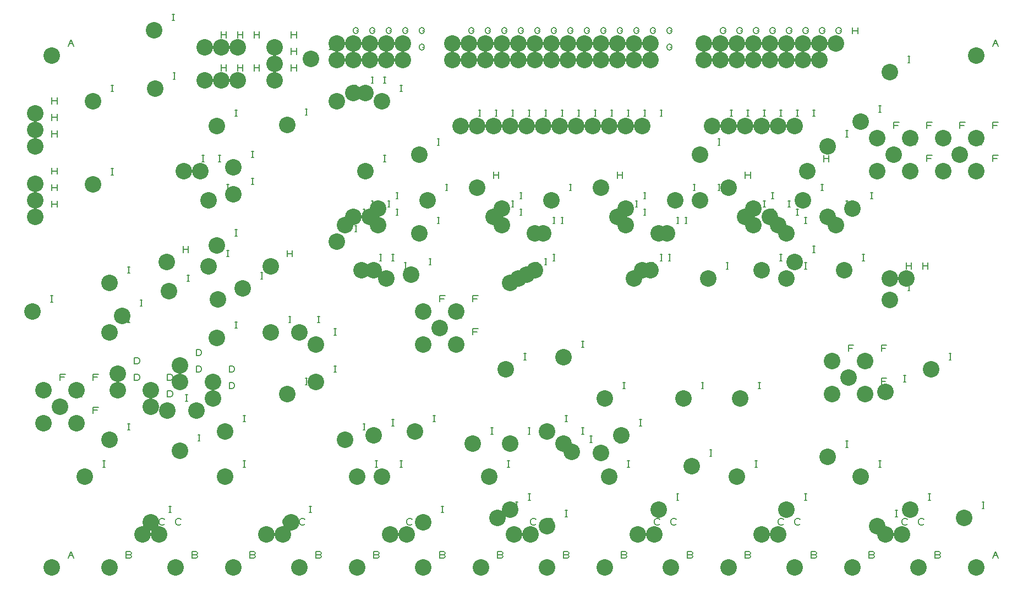
<source format=gbr>
G04 EasyPC Gerber Version 20.0.2 Build 4112 *
G04 #@! TF.Part,Single*
%FSLAX35Y35*%
%MOIN*%
%ADD105C,0.00500*%
G04 #@! TA.AperFunction,WasherPad*
%ADD104C,0.10000*%
X0Y0D02*
D02*
D104*
X688550Y519250D03*
X690250Y576750D03*
Y586750D03*
Y596750D03*
Y619250D03*
Y629250D03*
Y639250D03*
X695250Y451848D03*
Y471848D03*
X700250Y364250D03*
Y674250D03*
X705250Y461848D03*
X715250Y451848D03*
Y471848D03*
X720250Y419250D03*
X725250Y596250D03*
Y646750D03*
X735250Y364250D03*
Y441750D03*
Y506750D03*
Y536750D03*
X740250Y471750D03*
Y481750D03*
X742750Y516750D03*
X755250Y384250D03*
X760250Y391750D03*
Y461750D03*
Y471750D03*
X762250Y689750D03*
X762750Y654250D03*
X765250Y384250D03*
X769750Y549250D03*
X770250Y459250D03*
X771250Y531750D03*
X775250Y364250D03*
X777750Y434998D03*
Y476750D03*
Y486750D03*
X780250Y604250D03*
X787750Y459250D03*
X790250Y604250D03*
X792750Y659250D03*
Y679250D03*
X795250Y546750D03*
Y586750D03*
X797750Y466750D03*
Y476750D03*
X800250Y503450D03*
Y559250D03*
Y631750D03*
X800750Y526750D03*
X802750Y659250D03*
Y679250D03*
X805250Y419250D03*
Y446750D03*
X810250Y364250D03*
Y590309D03*
Y606750D03*
X812750Y659250D03*
Y679250D03*
X815750Y533250D03*
X830250Y384250D03*
X832750Y506750D03*
Y546750D03*
X835250Y659250D03*
Y669250D03*
Y679250D03*
X840250Y384250D03*
X842750Y469250D03*
Y632350D03*
X845250Y391750D03*
X850250Y364250D03*
Y506750D03*
X857250Y672250D03*
X860250Y476750D03*
Y499250D03*
X872750Y561750D03*
Y646750D03*
Y671750D03*
Y681750D03*
X877750Y441750D03*
Y571750D03*
X882750Y576750D03*
Y651750D03*
Y671750D03*
Y681750D03*
X885250Y364250D03*
Y419250D03*
X887750Y544250D03*
X890250Y604250D03*
Y651750D03*
X892750Y576750D03*
Y671750D03*
Y681750D03*
X895250Y444250D03*
Y544250D03*
X897750Y571750D03*
Y581750D03*
X900250Y419250D03*
Y646750D03*
X902750Y539250D03*
Y671750D03*
Y681750D03*
X905250Y384250D03*
X912750Y671750D03*
Y681750D03*
X915250Y384250D03*
X917750Y541750D03*
X920250Y446750D03*
X922750Y566750D03*
Y614250D03*
X925250Y364250D03*
Y391750D03*
Y499348D03*
Y519348D03*
X927750Y586750D03*
X935250Y509348D03*
X942750Y671750D03*
Y681750D03*
X945250Y499348D03*
Y519348D03*
X947750Y631750D03*
X952750Y671750D03*
Y681750D03*
X955250Y439250D03*
X957750Y594250D03*
Y631750D03*
X960250Y364250D03*
X962750Y671750D03*
Y681750D03*
X965289Y419250D03*
X967750Y576750D03*
Y631750D03*
X970250Y394250D03*
X972750Y571750D03*
Y581750D03*
Y671750D03*
Y681750D03*
X975250Y484250D03*
X977750Y439250D03*
Y536750D03*
Y631750D03*
X977888Y399250D03*
X980250Y384250D03*
X982750Y539250D03*
Y671750D03*
Y681750D03*
X987750Y541750D03*
Y631750D03*
X990250Y384250D03*
X992750Y544250D03*
Y566750D03*
Y671750D03*
Y681750D03*
X997750Y566750D03*
Y631750D03*
X1000250Y364250D03*
Y389250D03*
Y446750D03*
X1002750Y586750D03*
Y671750D03*
Y681750D03*
X1007750Y631750D03*
X1010250Y439250D03*
Y491750D03*
X1012750Y671750D03*
Y681750D03*
X1015250Y434250D03*
X1017750Y631750D03*
X1022750Y671750D03*
Y681750D03*
X1027750Y631750D03*
X1032750Y433750D03*
Y594250D03*
Y671750D03*
Y681750D03*
X1035250Y364250D03*
Y466789D03*
X1037750Y631750D03*
X1037789Y419250D03*
X1042750Y576750D03*
Y671750D03*
Y681750D03*
X1045250Y444250D03*
X1047750Y571750D03*
Y581750D03*
Y631750D03*
X1052750Y539250D03*
Y671750D03*
Y681750D03*
X1055250Y384250D03*
X1057750Y544250D03*
Y631750D03*
X1062750Y544250D03*
Y671750D03*
Y681750D03*
X1065250Y384250D03*
X1067711Y399250D03*
X1067750Y566750D03*
X1072750D03*
X1075250Y364250D03*
X1077750Y586750D03*
X1082750Y466789D03*
X1087750Y425884D03*
X1092750Y586750D03*
Y614250D03*
X1095250Y671750D03*
Y681750D03*
X1097750Y539250D03*
X1100250Y631750D03*
X1105250Y671750D03*
Y681750D03*
X1110250Y364250D03*
Y594250D03*
Y631750D03*
X1115250Y671750D03*
Y681750D03*
X1115289Y419250D03*
X1117250Y466789D03*
X1120250Y576750D03*
Y631750D03*
X1125250Y571750D03*
Y581750D03*
Y671750D03*
Y681750D03*
X1130250Y384250D03*
Y544250D03*
Y631750D03*
X1135250Y576750D03*
Y671750D03*
Y681750D03*
X1140250Y384250D03*
Y571750D03*
Y631750D03*
X1145211Y399250D03*
X1145250Y539250D03*
Y566750D03*
Y671750D03*
Y681750D03*
X1150250Y364250D03*
Y549250D03*
Y631750D03*
X1155250Y586750D03*
Y671750D03*
Y681750D03*
X1157750Y604250D03*
X1165250Y671750D03*
Y681750D03*
X1170250Y431250D03*
Y576750D03*
Y619250D03*
X1172750Y469348D03*
Y489348D03*
X1175250Y571750D03*
Y681750D03*
X1180250Y544250D03*
X1182750Y479348D03*
X1185250Y364250D03*
Y581750D03*
X1190250Y634250D03*
X1190289Y419250D03*
X1192750Y469348D03*
Y489348D03*
X1200250Y389250D03*
Y604348D03*
Y624348D03*
X1205250Y384250D03*
Y470884D03*
X1207750Y526250D03*
Y539250D03*
Y664250D03*
X1210250Y614348D03*
X1215250Y384250D03*
X1217750Y539250D03*
X1220250Y399250D03*
Y604348D03*
Y624348D03*
X1225250Y364250D03*
X1232750Y484250D03*
X1240250Y604348D03*
Y624348D03*
X1250250Y614348D03*
X1252750Y394250D03*
X1260250Y364250D03*
Y604348D03*
Y624348D03*
Y674250D03*
D02*
D105*
X699487Y525187D02*
X700737D01*
X700113D02*
Y528937D01*
X699487D02*
X700737D01*
X700250Y582687D02*
Y586437D01*
Y584563D02*
X703375D01*
Y582687D02*
Y586437D01*
X700250Y592687D02*
Y596437D01*
Y594563D02*
X703375D01*
Y592687D02*
Y596437D01*
X700250Y602687D02*
Y606437D01*
Y604563D02*
X703375D01*
Y602687D02*
Y606437D01*
X700250Y625187D02*
Y628937D01*
Y627063D02*
X703375D01*
Y625187D02*
Y628937D01*
X700250Y635187D02*
Y638937D01*
Y637063D02*
X703375D01*
Y635187D02*
Y638937D01*
X700250Y645187D02*
Y648937D01*
Y647063D02*
X703375D01*
Y645187D02*
Y648937D01*
X705250Y457786D02*
Y461536D01*
X708375*
X707750Y459661D02*
X705250D01*
Y477786D02*
Y481536D01*
X708375*
X707750Y479661D02*
X705250D01*
X710250Y370187D02*
X711813Y373937D01*
X713375Y370187*
X710875Y371750D02*
X712750D01*
X710250Y680187D02*
X711813Y683937D01*
X713375Y680187*
X710875Y681750D02*
X712750D01*
X715250Y467786D02*
Y471536D01*
X718375*
X717750Y469661D02*
X715250D01*
Y467786D02*
X718375D01*
X725250Y457786D02*
Y461536D01*
X728375*
X727750Y459661D02*
X725250D01*
Y477786D02*
Y481536D01*
X728375*
X727750Y479661D02*
X725250D01*
X731187Y425187D02*
X732437D01*
X731813D02*
Y428937D01*
X731187D02*
X732437D01*
X736187Y602187D02*
X737437D01*
X736813D02*
Y605937D01*
X736187D02*
X737437D01*
X736187Y652687D02*
X737437D01*
X736813D02*
Y656437D01*
X736187D02*
X737437D01*
X747437Y372063D02*
X748063Y371750D01*
X748375Y371125*
X748063Y370500*
X747437Y370187*
X745250*
Y373937*
X747437*
X748063Y373625*
X748375Y373000*
X748063Y372375*
X747437Y372063*
X745250*
X746187Y447687D02*
X747437D01*
X746813D02*
Y451437D01*
X746187D02*
X747437D01*
X746187Y512687D02*
X747437D01*
X746813D02*
Y516437D01*
X746187D02*
X747437D01*
X746187Y542687D02*
X747437D01*
X746813D02*
Y546437D01*
X746187D02*
X747437D01*
X750250Y477687D02*
Y481437D01*
X752125*
X752750Y481125*
X753063Y480813*
X753375Y480187*
Y478937*
X753063Y478313*
X752750Y478000*
X752125Y477687*
X750250*
Y487687D02*
Y491437D01*
X752125*
X752750Y491125*
X753063Y490813*
X753375Y490187*
Y488937*
X753063Y488313*
X752750Y488000*
X752125Y487687*
X750250*
X753687Y522687D02*
X754937D01*
X754313D02*
Y526437D01*
X753687D02*
X754937D01*
X768375Y390813D02*
X768063Y390500D01*
X767437Y390187*
X766500*
X765875Y390500*
X765563Y390813*
X765250Y391437*
Y392687*
X765563Y393313*
X765875Y393625*
X766500Y393937*
X767437*
X768063Y393625*
X768375Y393313*
X771187Y397687D02*
X772437D01*
X771813D02*
Y401437D01*
X771187D02*
X772437D01*
X770250Y467687D02*
Y471437D01*
X772125*
X772750Y471125*
X773063Y470813*
X773375Y470187*
Y468937*
X773063Y468313*
X772750Y468000*
X772125Y467687*
X770250*
Y477687D02*
Y481437D01*
X772125*
X772750Y481125*
X773063Y480813*
X773375Y480187*
Y478937*
X773063Y478313*
X772750Y478000*
X772125Y477687*
X770250*
X773187Y695687D02*
X774437D01*
X773813D02*
Y699437D01*
X773187D02*
X774437D01*
X773687Y660187D02*
X774937D01*
X774313D02*
Y663937D01*
X773687D02*
X774937D01*
X778375Y390813D02*
X778063Y390500D01*
X777437Y390187*
X776500*
X775875Y390500*
X775563Y390813*
X775250Y391437*
Y392687*
X775563Y393313*
X775875Y393625*
X776500Y393937*
X777437*
X778063Y393625*
X778375Y393313*
X779750Y555187D02*
Y558937D01*
Y557063D02*
X782875D01*
Y555187D02*
Y558937D01*
X781187Y465187D02*
X782437D01*
X781813D02*
Y468937D01*
X781187D02*
X782437D01*
X782187Y537687D02*
X783437D01*
X782813D02*
Y541437D01*
X782187D02*
X783437D01*
X787437Y372063D02*
X788063Y371750D01*
X788375Y371125*
X788063Y370500*
X787437Y370187*
X785250*
Y373937*
X787437*
X788063Y373625*
X788375Y373000*
X788063Y372375*
X787437Y372063*
X785250*
X788687Y440935D02*
X789937D01*
X789313D02*
Y444685D01*
X788687D02*
X789937D01*
X787750Y482687D02*
Y486437D01*
X789625*
X790250Y486125*
X790563Y485813*
X790875Y485187*
Y483937*
X790563Y483313*
X790250Y483000*
X789625Y482687*
X787750*
Y492687D02*
Y496437D01*
X789625*
X790250Y496125*
X790563Y495813*
X790875Y495187*
Y493937*
X790563Y493313*
X790250Y493000*
X789625Y492687*
X787750*
X791187Y610187D02*
X792437D01*
X791813D02*
Y613937D01*
X791187D02*
X792437D01*
X798687Y465187D02*
X799937D01*
X799313D02*
Y468937D01*
X798687D02*
X799937D01*
X801187Y610187D02*
X802437D01*
X801813D02*
Y613937D01*
X801187D02*
X802437D01*
X802750Y665187D02*
Y668937D01*
Y667063D02*
X805875D01*
Y665187D02*
Y668937D01*
X802750Y685187D02*
Y688937D01*
Y687063D02*
X805875D01*
Y685187D02*
Y688937D01*
X806187Y552687D02*
X807437D01*
X806813D02*
Y556437D01*
X806187D02*
X807437D01*
X806187Y592687D02*
X807437D01*
X806813D02*
Y596437D01*
X806187D02*
X807437D01*
X807750Y472687D02*
Y476437D01*
X809625*
X810250Y476125*
X810563Y475813*
X810875Y475187*
Y473937*
X810563Y473313*
X810250Y473000*
X809625Y472687*
X807750*
Y482687D02*
Y486437D01*
X809625*
X810250Y486125*
X810563Y485813*
X810875Y485187*
Y483937*
X810563Y483313*
X810250Y483000*
X809625Y482687*
X807750*
X811187Y509387D02*
X812437D01*
X811813D02*
Y513137D01*
X811187D02*
X812437D01*
X811187Y565187D02*
X812437D01*
X811813D02*
Y568937D01*
X811187D02*
X812437D01*
X811187Y637687D02*
X812437D01*
X811813D02*
Y641437D01*
X811187D02*
X812437D01*
X811687Y532687D02*
X812937D01*
X812313D02*
Y536437D01*
X811687D02*
X812937D01*
X812750Y665187D02*
Y668937D01*
Y667063D02*
X815875D01*
Y665187D02*
Y668937D01*
X812750Y685187D02*
Y688937D01*
Y687063D02*
X815875D01*
Y685187D02*
Y688937D01*
X816187Y425187D02*
X817437D01*
X816813D02*
Y428937D01*
X816187D02*
X817437D01*
X816187Y452687D02*
X817437D01*
X816813D02*
Y456437D01*
X816187D02*
X817437D01*
X822437Y372063D02*
X823063Y371750D01*
X823375Y371125*
X823063Y370500*
X822437Y370187*
X820250*
Y373937*
X822437*
X823063Y373625*
X823375Y373000*
X823063Y372375*
X822437Y372063*
X820250*
X821187Y596246D02*
X822437D01*
X821813D02*
Y599996D01*
X821187D02*
X822437D01*
X821187Y612687D02*
X822437D01*
X821813D02*
Y616437D01*
X821187D02*
X822437D01*
X822750Y665187D02*
Y668937D01*
Y667063D02*
X825875D01*
Y665187D02*
Y668937D01*
X822750Y685187D02*
Y688937D01*
Y687063D02*
X825875D01*
Y685187D02*
Y688937D01*
X826687Y539187D02*
X827937D01*
X827313D02*
Y542937D01*
X826687D02*
X827937D01*
X843375Y390813D02*
X843063Y390500D01*
X842437Y390187*
X841500*
X840875Y390500*
X840563Y390813*
X840250Y391437*
Y392687*
X840563Y393313*
X840875Y393625*
X841500Y393937*
X842437*
X843063Y393625*
X843375Y393313*
X843687Y512687D02*
X844937D01*
X844313D02*
Y516437D01*
X843687D02*
X844937D01*
X842750Y552687D02*
Y556437D01*
Y554563D02*
X845875D01*
Y552687D02*
Y556437D01*
X845250Y665187D02*
Y668937D01*
Y667063D02*
X848375D01*
Y665187D02*
Y668937D01*
X845250Y675187D02*
Y678937D01*
Y677063D02*
X848375D01*
Y675187D02*
Y678937D01*
X845250Y685187D02*
Y688937D01*
Y687063D02*
X848375D01*
Y685187D02*
Y688937D01*
X853375Y390813D02*
X853063Y390500D01*
X852437Y390187*
X851500*
X850875Y390500*
X850563Y390813*
X850250Y391437*
Y392687*
X850563Y393313*
X850875Y393625*
X851500Y393937*
X852437*
X853063Y393625*
X853375Y393313*
X853687Y475187D02*
X854937D01*
X854313D02*
Y478937D01*
X853687D02*
X854937D01*
X853687Y638287D02*
X854937D01*
X854313D02*
Y642037D01*
X853687D02*
X854937D01*
X856187Y397687D02*
X857437D01*
X856813D02*
Y401437D01*
X856187D02*
X857437D01*
X862437Y372063D02*
X863063Y371750D01*
X863375Y371125*
X863063Y370500*
X862437Y370187*
X860250*
Y373937*
X862437*
X863063Y373625*
X863375Y373000*
X863063Y372375*
X862437Y372063*
X860250*
X861187Y512687D02*
X862437D01*
X861813D02*
Y516437D01*
X861187D02*
X862437D01*
X868187Y678187D02*
X869437D01*
X868813D02*
Y681937D01*
X868187D02*
X869437D01*
X871187Y482687D02*
X872437D01*
X871813D02*
Y486437D01*
X871187D02*
X872437D01*
X871187Y505187D02*
X872437D01*
X871813D02*
Y508937D01*
X871187D02*
X872437D01*
X883687Y567687D02*
X884937D01*
X884313D02*
Y571437D01*
X883687D02*
X884937D01*
X883687Y652687D02*
X884937D01*
X884313D02*
Y656437D01*
X883687D02*
X884937D01*
Y679250D02*
X885875D01*
Y678937*
X885563Y678313*
X885250Y678000*
X884625Y677687*
X884000*
X883375Y678000*
X883063Y678313*
X882750Y678937*
Y680187*
X883063Y680813*
X883375Y681125*
X884000Y681437*
X884625*
X885250Y681125*
X885563Y680813*
X885875Y680187*
X884937Y689250D02*
X885875D01*
Y688937*
X885563Y688313*
X885250Y688000*
X884625Y687687*
X884000*
X883375Y688000*
X883063Y688313*
X882750Y688937*
Y690187*
X883063Y690813*
X883375Y691125*
X884000Y691437*
X884625*
X885250Y691125*
X885563Y690813*
X885875Y690187*
X888687Y447687D02*
X889937D01*
X889313D02*
Y451437D01*
X888687D02*
X889937D01*
X888687Y577687D02*
X889937D01*
X889313D02*
Y581437D01*
X888687D02*
X889937D01*
X893687Y582687D02*
X894937D01*
X894313D02*
Y586437D01*
X893687D02*
X894937D01*
X893687Y657687D02*
X894937D01*
X894313D02*
Y661437D01*
X893687D02*
X894937D01*
Y679250D02*
X895875D01*
Y678937*
X895563Y678313*
X895250Y678000*
X894625Y677687*
X894000*
X893375Y678000*
X893063Y678313*
X892750Y678937*
Y680187*
X893063Y680813*
X893375Y681125*
X894000Y681437*
X894625*
X895250Y681125*
X895563Y680813*
X895875Y680187*
X894937Y689250D02*
X895875D01*
Y688937*
X895563Y688313*
X895250Y688000*
X894625Y687687*
X894000*
X893375Y688000*
X893063Y688313*
X892750Y688937*
Y690187*
X893063Y690813*
X893375Y691125*
X894000Y691437*
X894625*
X895250Y691125*
X895563Y690813*
X895875Y690187*
X897437Y372063D02*
X898063Y371750D01*
X898375Y371125*
X898063Y370500*
X897437Y370187*
X895250*
Y373937*
X897437*
X898063Y373625*
X898375Y373000*
X898063Y372375*
X897437Y372063*
X895250*
X896187Y425187D02*
X897437D01*
X896813D02*
Y428937D01*
X896187D02*
X897437D01*
X898687Y550187D02*
X899937D01*
X899313D02*
Y553937D01*
X898687D02*
X899937D01*
X901187Y610187D02*
X902437D01*
X901813D02*
Y613937D01*
X901187D02*
X902437D01*
X901187Y657687D02*
X902437D01*
X901813D02*
Y661437D01*
X901187D02*
X902437D01*
X903687Y582687D02*
X904937D01*
X904313D02*
Y586437D01*
X903687D02*
X904937D01*
Y679250D02*
X905875D01*
Y678937*
X905563Y678313*
X905250Y678000*
X904625Y677687*
X904000*
X903375Y678000*
X903063Y678313*
X902750Y678937*
Y680187*
X903063Y680813*
X903375Y681125*
X904000Y681437*
X904625*
X905250Y681125*
X905563Y680813*
X905875Y680187*
X904937Y689250D02*
X905875D01*
Y688937*
X905563Y688313*
X905250Y688000*
X904625Y687687*
X904000*
X903375Y688000*
X903063Y688313*
X902750Y688937*
Y690187*
X903063Y690813*
X903375Y691125*
X904000Y691437*
X904625*
X905250Y691125*
X905563Y690813*
X905875Y690187*
X906187Y450187D02*
X907437D01*
X906813D02*
Y453937D01*
X906187D02*
X907437D01*
X906187Y550187D02*
X907437D01*
X906813D02*
Y553937D01*
X906187D02*
X907437D01*
X908687Y577687D02*
X909937D01*
X909313D02*
Y581437D01*
X908687D02*
X909937D01*
X908687Y587687D02*
X909937D01*
X909313D02*
Y591437D01*
X908687D02*
X909937D01*
X911187Y425187D02*
X912437D01*
X911813D02*
Y428937D01*
X911187D02*
X912437D01*
X911187Y652687D02*
X912437D01*
X911813D02*
Y656437D01*
X911187D02*
X912437D01*
X913687Y545187D02*
X914937D01*
X914313D02*
Y548937D01*
X913687D02*
X914937D01*
Y679250D02*
X915875D01*
Y678937*
X915563Y678313*
X915250Y678000*
X914625Y677687*
X914000*
X913375Y678000*
X913063Y678313*
X912750Y678937*
Y680187*
X913063Y680813*
X913375Y681125*
X914000Y681437*
X914625*
X915250Y681125*
X915563Y680813*
X915875Y680187*
X914937Y689250D02*
X915875D01*
Y688937*
X915563Y688313*
X915250Y688000*
X914625Y687687*
X914000*
X913375Y688000*
X913063Y688313*
X912750Y688937*
Y690187*
X913063Y690813*
X913375Y691125*
X914000Y691437*
X914625*
X915250Y691125*
X915563Y690813*
X915875Y690187*
X918375Y390813D02*
X918063Y390500D01*
X917437Y390187*
X916500*
X915875Y390500*
X915563Y390813*
X915250Y391437*
Y392687*
X915563Y393313*
X915875Y393625*
X916500Y393937*
X917437*
X918063Y393625*
X918375Y393313*
X924937Y679250D02*
X925875D01*
Y678937*
X925563Y678313*
X925250Y678000*
X924625Y677687*
X924000*
X923375Y678000*
X923063Y678313*
X922750Y678937*
Y680187*
X923063Y680813*
X923375Y681125*
X924000Y681437*
X924625*
X925250Y681125*
X925563Y680813*
X925875Y680187*
X924937Y689250D02*
X925875D01*
Y688937*
X925563Y688313*
X925250Y688000*
X924625Y687687*
X924000*
X923375Y688000*
X923063Y688313*
X922750Y688937*
Y690187*
X923063Y690813*
X923375Y691125*
X924000Y691437*
X924625*
X925250Y691125*
X925563Y690813*
X925875Y690187*
X928375Y390813D02*
X928063Y390500D01*
X927437Y390187*
X926500*
X925875Y390500*
X925563Y390813*
X925250Y391437*
Y392687*
X925563Y393313*
X925875Y393625*
X926500Y393937*
X927437*
X928063Y393625*
X928375Y393313*
X928687Y547687D02*
X929937D01*
X929313D02*
Y551437D01*
X928687D02*
X929937D01*
X931187Y452687D02*
X932437D01*
X931813D02*
Y456437D01*
X931187D02*
X932437D01*
X933687Y572687D02*
X934937D01*
X934313D02*
Y576437D01*
X933687D02*
X934937D01*
X933687Y620187D02*
X934937D01*
X934313D02*
Y623937D01*
X933687D02*
X934937D01*
X937437Y372063D02*
X938063Y371750D01*
X938375Y371125*
X938063Y370500*
X937437Y370187*
X935250*
Y373937*
X937437*
X938063Y373625*
X938375Y373000*
X938063Y372375*
X937437Y372063*
X935250*
X936187Y397687D02*
X937437D01*
X936813D02*
Y401437D01*
X936187D02*
X937437D01*
X935250Y505286D02*
Y509036D01*
X938375*
X937750Y507161D02*
X935250D01*
Y525286D02*
Y529036D01*
X938375*
X937750Y527161D02*
X935250D01*
X938687Y592687D02*
X939937D01*
X939313D02*
Y596437D01*
X938687D02*
X939937D01*
X945250Y515286D02*
Y519036D01*
X948375*
X947750Y517161D02*
X945250D01*
Y515286D02*
X948375D01*
X954937Y679250D02*
X955875D01*
Y678937*
X955563Y678313*
X955250Y678000*
X954625Y677687*
X954000*
X953375Y678000*
X953063Y678313*
X952750Y678937*
Y680187*
X953063Y680813*
X953375Y681125*
X954000Y681437*
X954625*
X955250Y681125*
X955563Y680813*
X955875Y680187*
X954937Y689250D02*
X955875D01*
Y688937*
X955563Y688313*
X955250Y688000*
X954625Y687687*
X954000*
X953375Y688000*
X953063Y688313*
X952750Y688937*
Y690187*
X953063Y690813*
X953375Y691125*
X954000Y691437*
X954625*
X955250Y691125*
X955563Y690813*
X955875Y690187*
X955250Y505286D02*
Y509036D01*
X958375*
X957750Y507161D02*
X955250D01*
Y525286D02*
Y529036D01*
X958375*
X957750Y527161D02*
X955250D01*
X958687Y637687D02*
X959937D01*
X959313D02*
Y641437D01*
X958687D02*
X959937D01*
X964937Y679250D02*
X965875D01*
Y678937*
X965563Y678313*
X965250Y678000*
X964625Y677687*
X964000*
X963375Y678000*
X963063Y678313*
X962750Y678937*
Y680187*
X963063Y680813*
X963375Y681125*
X964000Y681437*
X964625*
X965250Y681125*
X965563Y680813*
X965875Y680187*
X964937Y689250D02*
X965875D01*
Y688937*
X965563Y688313*
X965250Y688000*
X964625Y687687*
X964000*
X963375Y688000*
X963063Y688313*
X962750Y688937*
Y690187*
X963063Y690813*
X963375Y691125*
X964000Y691437*
X964625*
X965250Y691125*
X965563Y690813*
X965875Y690187*
X966187Y445187D02*
X967437D01*
X966813D02*
Y448937D01*
X966187D02*
X967437D01*
X967750Y600187D02*
Y603937D01*
Y602063D02*
X970875D01*
Y600187D02*
Y603937D01*
X968687Y637687D02*
X969937D01*
X969313D02*
Y641437D01*
X968687D02*
X969937D01*
X972437Y372063D02*
X973063Y371750D01*
X973375Y371125*
X973063Y370500*
X972437Y370187*
X970250*
Y373937*
X972437*
X973063Y373625*
X973375Y373000*
X973063Y372375*
X972437Y372063*
X970250*
X974937Y679250D02*
X975875D01*
Y678937*
X975563Y678313*
X975250Y678000*
X974625Y677687*
X974000*
X973375Y678000*
X973063Y678313*
X972750Y678937*
Y680187*
X973063Y680813*
X973375Y681125*
X974000Y681437*
X974625*
X975250Y681125*
X975563Y680813*
X975875Y680187*
X974937Y689250D02*
X975875D01*
Y688937*
X975563Y688313*
X975250Y688000*
X974625Y687687*
X974000*
X973375Y688000*
X973063Y688313*
X972750Y688937*
Y690187*
X973063Y690813*
X973375Y691125*
X974000Y691437*
X974625*
X975250Y691125*
X975563Y690813*
X975875Y690187*
X976227Y425187D02*
X977477D01*
X976852D02*
Y428937D01*
X976227D02*
X977477D01*
X978687Y582687D02*
X979937D01*
X979313D02*
Y586437D01*
X978687D02*
X979937D01*
X978687Y637687D02*
X979937D01*
X979313D02*
Y641437D01*
X978687D02*
X979937D01*
X981187Y400187D02*
X982437D01*
X981813D02*
Y403937D01*
X981187D02*
X982437D01*
X983687Y577687D02*
X984937D01*
X984313D02*
Y581437D01*
X983687D02*
X984937D01*
X983687Y587687D02*
X984937D01*
X984313D02*
Y591437D01*
X983687D02*
X984937D01*
Y679250D02*
X985875D01*
Y678937*
X985563Y678313*
X985250Y678000*
X984625Y677687*
X984000*
X983375Y678000*
X983063Y678313*
X982750Y678937*
Y680187*
X983063Y680813*
X983375Y681125*
X984000Y681437*
X984625*
X985250Y681125*
X985563Y680813*
X985875Y680187*
X984937Y689250D02*
X985875D01*
Y688937*
X985563Y688313*
X985250Y688000*
X984625Y687687*
X984000*
X983375Y688000*
X983063Y688313*
X982750Y688937*
Y690187*
X983063Y690813*
X983375Y691125*
X984000Y691437*
X984625*
X985250Y691125*
X985563Y690813*
X985875Y690187*
X986187Y490187D02*
X987437D01*
X986813D02*
Y493937D01*
X986187D02*
X987437D01*
X988687Y445187D02*
X989937D01*
X989313D02*
Y448937D01*
X988687D02*
X989937D01*
X988687Y542687D02*
X989937D01*
X989313D02*
Y546437D01*
X988687D02*
X989937D01*
X988687Y637687D02*
X989937D01*
X989313D02*
Y641437D01*
X988687D02*
X989937D01*
X988825Y405187D02*
X990075D01*
X989450D02*
Y408937D01*
X988825D02*
X990075D01*
X993375Y390813D02*
X993063Y390500D01*
X992437Y390187*
X991500*
X990875Y390500*
X990563Y390813*
X990250Y391437*
Y392687*
X990563Y393313*
X990875Y393625*
X991500Y393937*
X992437*
X993063Y393625*
X993375Y393313*
X993687Y545187D02*
X994937D01*
X994313D02*
Y548937D01*
X993687D02*
X994937D01*
Y679250D02*
X995875D01*
Y678937*
X995563Y678313*
X995250Y678000*
X994625Y677687*
X994000*
X993375Y678000*
X993063Y678313*
X992750Y678937*
Y680187*
X993063Y680813*
X993375Y681125*
X994000Y681437*
X994625*
X995250Y681125*
X995563Y680813*
X995875Y680187*
X994937Y689250D02*
X995875D01*
Y688937*
X995563Y688313*
X995250Y688000*
X994625Y687687*
X994000*
X993375Y688000*
X993063Y688313*
X992750Y688937*
Y690187*
X993063Y690813*
X993375Y691125*
X994000Y691437*
X994625*
X995250Y691125*
X995563Y690813*
X995875Y690187*
X998687Y547687D02*
X999937D01*
X999313D02*
Y551437D01*
X998687D02*
X999937D01*
X998687Y637687D02*
X999937D01*
X999313D02*
Y641437D01*
X998687D02*
X999937D01*
X1003375Y390813D02*
X1003063Y390500D01*
X1002437Y390187*
X1001500*
X1000875Y390500*
X1000563Y390813*
X1000250Y391437*
Y392687*
X1000563Y393313*
X1000875Y393625*
X1001500Y393937*
X1002437*
X1003063Y393625*
X1003375Y393313*
X1003687Y550187D02*
X1004937D01*
X1004313D02*
Y553937D01*
X1003687D02*
X1004937D01*
X1003687Y572687D02*
X1004937D01*
X1004313D02*
Y576437D01*
X1003687D02*
X1004937D01*
Y679250D02*
X1005875D01*
Y678937*
X1005563Y678313*
X1005250Y678000*
X1004625Y677687*
X1004000*
X1003375Y678000*
X1003063Y678313*
X1002750Y678937*
Y680187*
X1003063Y680813*
X1003375Y681125*
X1004000Y681437*
X1004625*
X1005250Y681125*
X1005563Y680813*
X1005875Y680187*
X1004937Y689250D02*
X1005875D01*
Y688937*
X1005563Y688313*
X1005250Y688000*
X1004625Y687687*
X1004000*
X1003375Y688000*
X1003063Y688313*
X1002750Y688937*
Y690187*
X1003063Y690813*
X1003375Y691125*
X1004000Y691437*
X1004625*
X1005250Y691125*
X1005563Y690813*
X1005875Y690187*
X1008687Y572687D02*
X1009937D01*
X1009313D02*
Y576437D01*
X1008687D02*
X1009937D01*
X1008687Y637687D02*
X1009937D01*
X1009313D02*
Y641437D01*
X1008687D02*
X1009937D01*
X1012437Y372063D02*
X1013063Y371750D01*
X1013375Y371125*
X1013063Y370500*
X1012437Y370187*
X1010250*
Y373937*
X1012437*
X1013063Y373625*
X1013375Y373000*
X1013063Y372375*
X1012437Y372063*
X1010250*
X1011187Y395187D02*
X1012437D01*
X1011813D02*
Y398937D01*
X1011187D02*
X1012437D01*
X1011187Y452687D02*
X1012437D01*
X1011813D02*
Y456437D01*
X1011187D02*
X1012437D01*
X1013687Y592687D02*
X1014937D01*
X1014313D02*
Y596437D01*
X1013687D02*
X1014937D01*
Y679250D02*
X1015875D01*
Y678937*
X1015563Y678313*
X1015250Y678000*
X1014625Y677687*
X1014000*
X1013375Y678000*
X1013063Y678313*
X1012750Y678937*
Y680187*
X1013063Y680813*
X1013375Y681125*
X1014000Y681437*
X1014625*
X1015250Y681125*
X1015563Y680813*
X1015875Y680187*
X1014937Y689250D02*
X1015875D01*
Y688937*
X1015563Y688313*
X1015250Y688000*
X1014625Y687687*
X1014000*
X1013375Y688000*
X1013063Y688313*
X1012750Y688937*
Y690187*
X1013063Y690813*
X1013375Y691125*
X1014000Y691437*
X1014625*
X1015250Y691125*
X1015563Y690813*
X1015875Y690187*
X1018687Y637687D02*
X1019937D01*
X1019313D02*
Y641437D01*
X1018687D02*
X1019937D01*
X1021187Y445187D02*
X1022437D01*
X1021813D02*
Y448937D01*
X1021187D02*
X1022437D01*
X1021187Y497687D02*
X1022437D01*
X1021813D02*
Y501437D01*
X1021187D02*
X1022437D01*
X1024937Y679250D02*
X1025875D01*
Y678937*
X1025563Y678313*
X1025250Y678000*
X1024625Y677687*
X1024000*
X1023375Y678000*
X1023063Y678313*
X1022750Y678937*
Y680187*
X1023063Y680813*
X1023375Y681125*
X1024000Y681437*
X1024625*
X1025250Y681125*
X1025563Y680813*
X1025875Y680187*
X1024937Y689250D02*
X1025875D01*
Y688937*
X1025563Y688313*
X1025250Y688000*
X1024625Y687687*
X1024000*
X1023375Y688000*
X1023063Y688313*
X1022750Y688937*
Y690187*
X1023063Y690813*
X1023375Y691125*
X1024000Y691437*
X1024625*
X1025250Y691125*
X1025563Y690813*
X1025875Y690187*
X1026187Y440187D02*
X1027437D01*
X1026813D02*
Y443937D01*
X1026187D02*
X1027437D01*
X1028687Y637687D02*
X1029937D01*
X1029313D02*
Y641437D01*
X1028687D02*
X1029937D01*
X1034937Y679250D02*
X1035875D01*
Y678937*
X1035563Y678313*
X1035250Y678000*
X1034625Y677687*
X1034000*
X1033375Y678000*
X1033063Y678313*
X1032750Y678937*
Y680187*
X1033063Y680813*
X1033375Y681125*
X1034000Y681437*
X1034625*
X1035250Y681125*
X1035563Y680813*
X1035875Y680187*
X1034937Y689250D02*
X1035875D01*
Y688937*
X1035563Y688313*
X1035250Y688000*
X1034625Y687687*
X1034000*
X1033375Y688000*
X1033063Y688313*
X1032750Y688937*
Y690187*
X1033063Y690813*
X1033375Y691125*
X1034000Y691437*
X1034625*
X1035250Y691125*
X1035563Y690813*
X1035875Y690187*
X1038687Y637687D02*
X1039937D01*
X1039313D02*
Y641437D01*
X1038687D02*
X1039937D01*
X1043687Y439687D02*
X1044937D01*
X1044313D02*
Y443437D01*
X1043687D02*
X1044937D01*
X1042750Y600187D02*
Y603937D01*
Y602063D02*
X1045875D01*
Y600187D02*
Y603937D01*
X1044937Y679250D02*
X1045875D01*
Y678937*
X1045563Y678313*
X1045250Y678000*
X1044625Y677687*
X1044000*
X1043375Y678000*
X1043063Y678313*
X1042750Y678937*
Y680187*
X1043063Y680813*
X1043375Y681125*
X1044000Y681437*
X1044625*
X1045250Y681125*
X1045563Y680813*
X1045875Y680187*
X1044937Y689250D02*
X1045875D01*
Y688937*
X1045563Y688313*
X1045250Y688000*
X1044625Y687687*
X1044000*
X1043375Y688000*
X1043063Y688313*
X1042750Y688937*
Y690187*
X1043063Y690813*
X1043375Y691125*
X1044000Y691437*
X1044625*
X1045250Y691125*
X1045563Y690813*
X1045875Y690187*
X1047437Y372063D02*
X1048063Y371750D01*
X1048375Y371125*
X1048063Y370500*
X1047437Y370187*
X1045250*
Y373937*
X1047437*
X1048063Y373625*
X1048375Y373000*
X1048063Y372375*
X1047437Y372063*
X1045250*
X1046187Y472727D02*
X1047437D01*
X1046813D02*
Y476477D01*
X1046187D02*
X1047437D01*
X1048687Y637687D02*
X1049937D01*
X1049313D02*
Y641437D01*
X1048687D02*
X1049937D01*
X1048727Y425187D02*
X1049977D01*
X1049352D02*
Y428937D01*
X1048727D02*
X1049977D01*
X1053687Y582687D02*
X1054937D01*
X1054313D02*
Y586437D01*
X1053687D02*
X1054937D01*
Y679250D02*
X1055875D01*
Y678937*
X1055563Y678313*
X1055250Y678000*
X1054625Y677687*
X1054000*
X1053375Y678000*
X1053063Y678313*
X1052750Y678937*
Y680187*
X1053063Y680813*
X1053375Y681125*
X1054000Y681437*
X1054625*
X1055250Y681125*
X1055563Y680813*
X1055875Y680187*
X1054937Y689250D02*
X1055875D01*
Y688937*
X1055563Y688313*
X1055250Y688000*
X1054625Y687687*
X1054000*
X1053375Y688000*
X1053063Y688313*
X1052750Y688937*
Y690187*
X1053063Y690813*
X1053375Y691125*
X1054000Y691437*
X1054625*
X1055250Y691125*
X1055563Y690813*
X1055875Y690187*
X1056187Y450187D02*
X1057437D01*
X1056813D02*
Y453937D01*
X1056187D02*
X1057437D01*
X1058687Y577687D02*
X1059937D01*
X1059313D02*
Y581437D01*
X1058687D02*
X1059937D01*
X1058687Y587687D02*
X1059937D01*
X1059313D02*
Y591437D01*
X1058687D02*
X1059937D01*
X1058687Y637687D02*
X1059937D01*
X1059313D02*
Y641437D01*
X1058687D02*
X1059937D01*
X1063687Y545187D02*
X1064937D01*
X1064313D02*
Y548937D01*
X1063687D02*
X1064937D01*
Y679250D02*
X1065875D01*
Y678937*
X1065563Y678313*
X1065250Y678000*
X1064625Y677687*
X1064000*
X1063375Y678000*
X1063063Y678313*
X1062750Y678937*
Y680187*
X1063063Y680813*
X1063375Y681125*
X1064000Y681437*
X1064625*
X1065250Y681125*
X1065563Y680813*
X1065875Y680187*
X1064937Y689250D02*
X1065875D01*
Y688937*
X1065563Y688313*
X1065250Y688000*
X1064625Y687687*
X1064000*
X1063375Y688000*
X1063063Y688313*
X1062750Y688937*
Y690187*
X1063063Y690813*
X1063375Y691125*
X1064000Y691437*
X1064625*
X1065250Y691125*
X1065563Y690813*
X1065875Y690187*
X1068375Y390813D02*
X1068063Y390500D01*
X1067437Y390187*
X1066500*
X1065875Y390500*
X1065563Y390813*
X1065250Y391437*
Y392687*
X1065563Y393313*
X1065875Y393625*
X1066500Y393937*
X1067437*
X1068063Y393625*
X1068375Y393313*
X1068687Y550187D02*
X1069937D01*
X1069313D02*
Y553937D01*
X1068687D02*
X1069937D01*
X1068687Y637687D02*
X1069937D01*
X1069313D02*
Y641437D01*
X1068687D02*
X1069937D01*
X1073687Y550187D02*
X1074937D01*
X1074313D02*
Y553937D01*
X1073687D02*
X1074937D01*
Y679250D02*
X1075875D01*
Y678937*
X1075563Y678313*
X1075250Y678000*
X1074625Y677687*
X1074000*
X1073375Y678000*
X1073063Y678313*
X1072750Y678937*
Y680187*
X1073063Y680813*
X1073375Y681125*
X1074000Y681437*
X1074625*
X1075250Y681125*
X1075563Y680813*
X1075875Y680187*
X1074937Y689250D02*
X1075875D01*
Y688937*
X1075563Y688313*
X1075250Y688000*
X1074625Y687687*
X1074000*
X1073375Y688000*
X1073063Y688313*
X1072750Y688937*
Y690187*
X1073063Y690813*
X1073375Y691125*
X1074000Y691437*
X1074625*
X1075250Y691125*
X1075563Y690813*
X1075875Y690187*
X1078375Y390813D02*
X1078063Y390500D01*
X1077437Y390187*
X1076500*
X1075875Y390500*
X1075563Y390813*
X1075250Y391437*
Y392687*
X1075563Y393313*
X1075875Y393625*
X1076500Y393937*
X1077437*
X1078063Y393625*
X1078375Y393313*
X1078648Y405187D02*
X1079898D01*
X1079273D02*
Y408937D01*
X1078648D02*
X1079898D01*
X1078687Y572687D02*
X1079937D01*
X1079313D02*
Y576437D01*
X1078687D02*
X1079937D01*
X1083687Y572687D02*
X1084937D01*
X1084313D02*
Y576437D01*
X1083687D02*
X1084937D01*
X1087437Y372063D02*
X1088063Y371750D01*
X1088375Y371125*
X1088063Y370500*
X1087437Y370187*
X1085250*
Y373937*
X1087437*
X1088063Y373625*
X1088375Y373000*
X1088063Y372375*
X1087437Y372063*
X1085250*
X1088687Y592687D02*
X1089937D01*
X1089313D02*
Y596437D01*
X1088687D02*
X1089937D01*
X1093687Y472727D02*
X1094937D01*
X1094313D02*
Y476477D01*
X1093687D02*
X1094937D01*
X1098687Y431821D02*
X1099937D01*
X1099313D02*
Y435571D01*
X1098687D02*
X1099937D01*
X1103687Y592687D02*
X1104937D01*
X1104313D02*
Y596437D01*
X1103687D02*
X1104937D01*
X1103687Y620187D02*
X1104937D01*
X1104313D02*
Y623937D01*
X1103687D02*
X1104937D01*
X1107437Y679250D02*
X1108375D01*
Y678937*
X1108063Y678313*
X1107750Y678000*
X1107125Y677687*
X1106500*
X1105875Y678000*
X1105563Y678313*
X1105250Y678937*
Y680187*
X1105563Y680813*
X1105875Y681125*
X1106500Y681437*
X1107125*
X1107750Y681125*
X1108063Y680813*
X1108375Y680187*
X1107437Y689250D02*
X1108375D01*
Y688937*
X1108063Y688313*
X1107750Y688000*
X1107125Y687687*
X1106500*
X1105875Y688000*
X1105563Y688313*
X1105250Y688937*
Y690187*
X1105563Y690813*
X1105875Y691125*
X1106500Y691437*
X1107125*
X1107750Y691125*
X1108063Y690813*
X1108375Y690187*
X1108687Y545187D02*
X1109937D01*
X1109313D02*
Y548937D01*
X1108687D02*
X1109937D01*
X1111187Y637687D02*
X1112437D01*
X1111813D02*
Y641437D01*
X1111187D02*
X1112437D01*
X1117437Y679250D02*
X1118375D01*
Y678937*
X1118063Y678313*
X1117750Y678000*
X1117125Y677687*
X1116500*
X1115875Y678000*
X1115563Y678313*
X1115250Y678937*
Y680187*
X1115563Y680813*
X1115875Y681125*
X1116500Y681437*
X1117125*
X1117750Y681125*
X1118063Y680813*
X1118375Y680187*
X1117437Y689250D02*
X1118375D01*
Y688937*
X1118063Y688313*
X1117750Y688000*
X1117125Y687687*
X1116500*
X1115875Y688000*
X1115563Y688313*
X1115250Y688937*
Y690187*
X1115563Y690813*
X1115875Y691125*
X1116500Y691437*
X1117125*
X1117750Y691125*
X1118063Y690813*
X1118375Y690187*
X1122437Y372063D02*
X1123063Y371750D01*
X1123375Y371125*
X1123063Y370500*
X1122437Y370187*
X1120250*
Y373937*
X1122437*
X1123063Y373625*
X1123375Y373000*
X1123063Y372375*
X1122437Y372063*
X1120250*
Y600187D02*
Y603937D01*
Y602063D02*
X1123375D01*
Y600187D02*
Y603937D01*
X1121187Y637687D02*
X1122437D01*
X1121813D02*
Y641437D01*
X1121187D02*
X1122437D01*
X1127437Y679250D02*
X1128375D01*
Y678937*
X1128063Y678313*
X1127750Y678000*
X1127125Y677687*
X1126500*
X1125875Y678000*
X1125563Y678313*
X1125250Y678937*
Y680187*
X1125563Y680813*
X1125875Y681125*
X1126500Y681437*
X1127125*
X1127750Y681125*
X1128063Y680813*
X1128375Y680187*
X1127437Y689250D02*
X1128375D01*
Y688937*
X1128063Y688313*
X1127750Y688000*
X1127125Y687687*
X1126500*
X1125875Y688000*
X1125563Y688313*
X1125250Y688937*
Y690187*
X1125563Y690813*
X1125875Y691125*
X1126500Y691437*
X1127125*
X1127750Y691125*
X1128063Y690813*
X1128375Y690187*
X1126227Y425187D02*
X1127477D01*
X1126852D02*
Y428937D01*
X1126227D02*
X1127477D01*
X1128187Y472727D02*
X1129437D01*
X1128813D02*
Y476477D01*
X1128187D02*
X1129437D01*
X1131187Y582687D02*
X1132437D01*
X1131813D02*
Y586437D01*
X1131187D02*
X1132437D01*
X1131187Y637687D02*
X1132437D01*
X1131813D02*
Y641437D01*
X1131187D02*
X1132437D01*
X1136187Y577687D02*
X1137437D01*
X1136813D02*
Y581437D01*
X1136187D02*
X1137437D01*
X1136187Y587687D02*
X1137437D01*
X1136813D02*
Y591437D01*
X1136187D02*
X1137437D01*
Y679250D02*
X1138375D01*
Y678937*
X1138063Y678313*
X1137750Y678000*
X1137125Y677687*
X1136500*
X1135875Y678000*
X1135563Y678313*
X1135250Y678937*
Y680187*
X1135563Y680813*
X1135875Y681125*
X1136500Y681437*
X1137125*
X1137750Y681125*
X1138063Y680813*
X1138375Y680187*
X1137437Y689250D02*
X1138375D01*
Y688937*
X1138063Y688313*
X1137750Y688000*
X1137125Y687687*
X1136500*
X1135875Y688000*
X1135563Y688313*
X1135250Y688937*
Y690187*
X1135563Y690813*
X1135875Y691125*
X1136500Y691437*
X1137125*
X1137750Y691125*
X1138063Y690813*
X1138375Y690187*
X1143375Y390813D02*
X1143063Y390500D01*
X1142437Y390187*
X1141500*
X1140875Y390500*
X1140563Y390813*
X1140250Y391437*
Y392687*
X1140563Y393313*
X1140875Y393625*
X1141500Y393937*
X1142437*
X1143063Y393625*
X1143375Y393313*
X1141187Y550187D02*
X1142437D01*
X1141813D02*
Y553937D01*
X1141187D02*
X1142437D01*
X1141187Y637687D02*
X1142437D01*
X1141813D02*
Y641437D01*
X1141187D02*
X1142437D01*
X1146187Y582687D02*
X1147437D01*
X1146813D02*
Y586437D01*
X1146187D02*
X1147437D01*
Y679250D02*
X1148375D01*
Y678937*
X1148063Y678313*
X1147750Y678000*
X1147125Y677687*
X1146500*
X1145875Y678000*
X1145563Y678313*
X1145250Y678937*
Y680187*
X1145563Y680813*
X1145875Y681125*
X1146500Y681437*
X1147125*
X1147750Y681125*
X1148063Y680813*
X1148375Y680187*
X1147437Y689250D02*
X1148375D01*
Y688937*
X1148063Y688313*
X1147750Y688000*
X1147125Y687687*
X1146500*
X1145875Y688000*
X1145563Y688313*
X1145250Y688937*
Y690187*
X1145563Y690813*
X1145875Y691125*
X1146500Y691437*
X1147125*
X1147750Y691125*
X1148063Y690813*
X1148375Y690187*
X1153375Y390813D02*
X1153063Y390500D01*
X1152437Y390187*
X1151500*
X1150875Y390500*
X1150563Y390813*
X1150250Y391437*
Y392687*
X1150563Y393313*
X1150875Y393625*
X1151500Y393937*
X1152437*
X1153063Y393625*
X1153375Y393313*
X1151187Y577687D02*
X1152437D01*
X1151813D02*
Y581437D01*
X1151187D02*
X1152437D01*
X1151187Y637687D02*
X1152437D01*
X1151813D02*
Y641437D01*
X1151187D02*
X1152437D01*
X1156148Y405187D02*
X1157398D01*
X1156773D02*
Y408937D01*
X1156148D02*
X1157398D01*
X1156187Y545187D02*
X1157437D01*
X1156813D02*
Y548937D01*
X1156187D02*
X1157437D01*
X1156187Y572687D02*
X1157437D01*
X1156813D02*
Y576437D01*
X1156187D02*
X1157437D01*
Y679250D02*
X1158375D01*
Y678937*
X1158063Y678313*
X1157750Y678000*
X1157125Y677687*
X1156500*
X1155875Y678000*
X1155563Y678313*
X1155250Y678937*
Y680187*
X1155563Y680813*
X1155875Y681125*
X1156500Y681437*
X1157125*
X1157750Y681125*
X1158063Y680813*
X1158375Y680187*
X1157437Y689250D02*
X1158375D01*
Y688937*
X1158063Y688313*
X1157750Y688000*
X1157125Y687687*
X1156500*
X1155875Y688000*
X1155563Y688313*
X1155250Y688937*
Y690187*
X1155563Y690813*
X1155875Y691125*
X1156500Y691437*
X1157125*
X1157750Y691125*
X1158063Y690813*
X1158375Y690187*
X1162437Y372063D02*
X1163063Y371750D01*
X1163375Y371125*
X1163063Y370500*
X1162437Y370187*
X1160250*
Y373937*
X1162437*
X1163063Y373625*
X1163375Y373000*
X1163063Y372375*
X1162437Y372063*
X1160250*
X1161187Y555187D02*
X1162437D01*
X1161813D02*
Y558937D01*
X1161187D02*
X1162437D01*
X1161187Y637687D02*
X1162437D01*
X1161813D02*
Y641437D01*
X1161187D02*
X1162437D01*
X1166187Y592687D02*
X1167437D01*
X1166813D02*
Y596437D01*
X1166187D02*
X1167437D01*
Y679250D02*
X1168375D01*
Y678937*
X1168063Y678313*
X1167750Y678000*
X1167125Y677687*
X1166500*
X1165875Y678000*
X1165563Y678313*
X1165250Y678937*
Y680187*
X1165563Y680813*
X1165875Y681125*
X1166500Y681437*
X1167125*
X1167750Y681125*
X1168063Y680813*
X1168375Y680187*
X1167437Y689250D02*
X1168375D01*
Y688937*
X1168063Y688313*
X1167750Y688000*
X1167125Y687687*
X1166500*
X1165875Y688000*
X1165563Y688313*
X1165250Y688937*
Y690187*
X1165563Y690813*
X1165875Y691125*
X1166500Y691437*
X1167125*
X1167750Y691125*
X1168063Y690813*
X1168375Y690187*
X1167750Y610187D02*
Y613937D01*
Y612063D02*
X1170875D01*
Y610187D02*
Y613937D01*
X1177437Y679250D02*
X1178375D01*
Y678937*
X1178063Y678313*
X1177750Y678000*
X1177125Y677687*
X1176500*
X1175875Y678000*
X1175563Y678313*
X1175250Y678937*
Y680187*
X1175563Y680813*
X1175875Y681125*
X1176500Y681437*
X1177125*
X1177750Y681125*
X1178063Y680813*
X1178375Y680187*
X1177437Y689250D02*
X1178375D01*
Y688937*
X1178063Y688313*
X1177750Y688000*
X1177125Y687687*
X1176500*
X1175875Y688000*
X1175563Y688313*
X1175250Y688937*
Y690187*
X1175563Y690813*
X1175875Y691125*
X1176500Y691437*
X1177125*
X1177750Y691125*
X1178063Y690813*
X1178375Y690187*
X1181187Y437187D02*
X1182437D01*
X1181813D02*
Y440937D01*
X1181187D02*
X1182437D01*
X1181187Y582687D02*
X1182437D01*
X1181813D02*
Y586437D01*
X1181187D02*
X1182437D01*
X1181187Y625187D02*
X1182437D01*
X1181813D02*
Y628937D01*
X1181187D02*
X1182437D01*
X1182750Y475286D02*
Y479036D01*
X1185875*
X1185250Y477161D02*
X1182750D01*
Y495286D02*
Y499036D01*
X1185875*
X1185250Y497161D02*
X1182750D01*
X1186187Y577687D02*
X1187437D01*
X1186813D02*
Y581437D01*
X1186187D02*
X1187437D01*
X1185250Y687687D02*
Y691437D01*
Y689563D02*
X1188375D01*
Y687687D02*
Y691437D01*
X1191187Y550187D02*
X1192437D01*
X1191813D02*
Y553937D01*
X1191187D02*
X1192437D01*
X1192750Y485286D02*
Y489036D01*
X1195875*
X1195250Y487161D02*
X1192750D01*
Y485286D02*
X1195875D01*
X1197437Y372063D02*
X1198063Y371750D01*
X1198375Y371125*
X1198063Y370500*
X1197437Y370187*
X1195250*
Y373937*
X1197437*
X1198063Y373625*
X1198375Y373000*
X1198063Y372375*
X1197437Y372063*
X1195250*
X1196187Y587687D02*
X1197437D01*
X1196813D02*
Y591437D01*
X1196187D02*
X1197437D01*
X1201187Y640187D02*
X1202437D01*
X1201813D02*
Y643937D01*
X1201187D02*
X1202437D01*
X1201227Y425187D02*
X1202477D01*
X1201852D02*
Y428937D01*
X1201227D02*
X1202477D01*
X1202750Y475286D02*
Y479036D01*
X1205875*
X1205250Y477161D02*
X1202750D01*
Y495286D02*
Y499036D01*
X1205875*
X1205250Y497161D02*
X1202750D01*
X1211187Y395187D02*
X1212437D01*
X1211813D02*
Y398937D01*
X1211187D02*
X1212437D01*
X1210250Y610286D02*
Y614036D01*
X1213375*
X1212750Y612161D02*
X1210250D01*
Y630286D02*
Y634036D01*
X1213375*
X1212750Y632161D02*
X1210250D01*
X1218375Y390813D02*
X1218063Y390500D01*
X1217437Y390187*
X1216500*
X1215875Y390500*
X1215563Y390813*
X1215250Y391437*
Y392687*
X1215563Y393313*
X1215875Y393625*
X1216500Y393937*
X1217437*
X1218063Y393625*
X1218375Y393313*
X1216187Y476821D02*
X1217437D01*
X1216813D02*
Y480571D01*
X1216187D02*
X1217437D01*
X1218687Y532187D02*
X1219937D01*
X1219313D02*
Y535937D01*
X1218687D02*
X1219937D01*
X1217750Y545187D02*
Y548937D01*
Y547063D02*
X1220875D01*
Y545187D02*
Y548937D01*
X1218687Y670187D02*
X1219937D01*
X1219313D02*
Y673937D01*
X1218687D02*
X1219937D01*
X1220250Y620286D02*
Y624036D01*
X1223375*
X1222750Y622161D02*
X1220250D01*
Y620286D02*
X1223375D01*
X1228375Y390813D02*
X1228063Y390500D01*
X1227437Y390187*
X1226500*
X1225875Y390500*
X1225563Y390813*
X1225250Y391437*
Y392687*
X1225563Y393313*
X1225875Y393625*
X1226500Y393937*
X1227437*
X1228063Y393625*
X1228375Y393313*
X1227750Y545187D02*
Y548937D01*
Y547063D02*
X1230875D01*
Y545187D02*
Y548937D01*
X1231187Y405187D02*
X1232437D01*
X1231813D02*
Y408937D01*
X1231187D02*
X1232437D01*
X1230250Y610286D02*
Y614036D01*
X1233375*
X1232750Y612161D02*
X1230250D01*
Y630286D02*
Y634036D01*
X1233375*
X1232750Y632161D02*
X1230250D01*
X1237437Y372063D02*
X1238063Y371750D01*
X1238375Y371125*
X1238063Y370500*
X1237437Y370187*
X1235250*
Y373937*
X1237437*
X1238063Y373625*
X1238375Y373000*
X1238063Y372375*
X1237437Y372063*
X1235250*
X1243687Y490187D02*
X1244937D01*
X1244313D02*
Y493937D01*
X1243687D02*
X1244937D01*
X1250250Y610286D02*
Y614036D01*
X1253375*
X1252750Y612161D02*
X1250250D01*
Y630286D02*
Y634036D01*
X1253375*
X1252750Y632161D02*
X1250250D01*
X1260250Y620286D02*
Y624036D01*
X1263375*
X1262750Y622161D02*
X1260250D01*
Y620286D02*
X1263375D01*
X1263687Y400187D02*
X1264937D01*
X1264313D02*
Y403937D01*
X1263687D02*
X1264937D01*
X1270250Y370187D02*
X1271813Y373937D01*
X1273375Y370187*
X1270875Y371750D02*
X1272750D01*
X1270250Y610286D02*
Y614036D01*
X1273375*
X1272750Y612161D02*
X1270250D01*
Y630286D02*
Y634036D01*
X1273375*
X1272750Y632161D02*
X1270250D01*
Y680187D02*
X1271813Y683937D01*
X1273375Y680187*
X1270875Y681750D02*
X1272750D01*
X0Y0D02*
M02*

</source>
